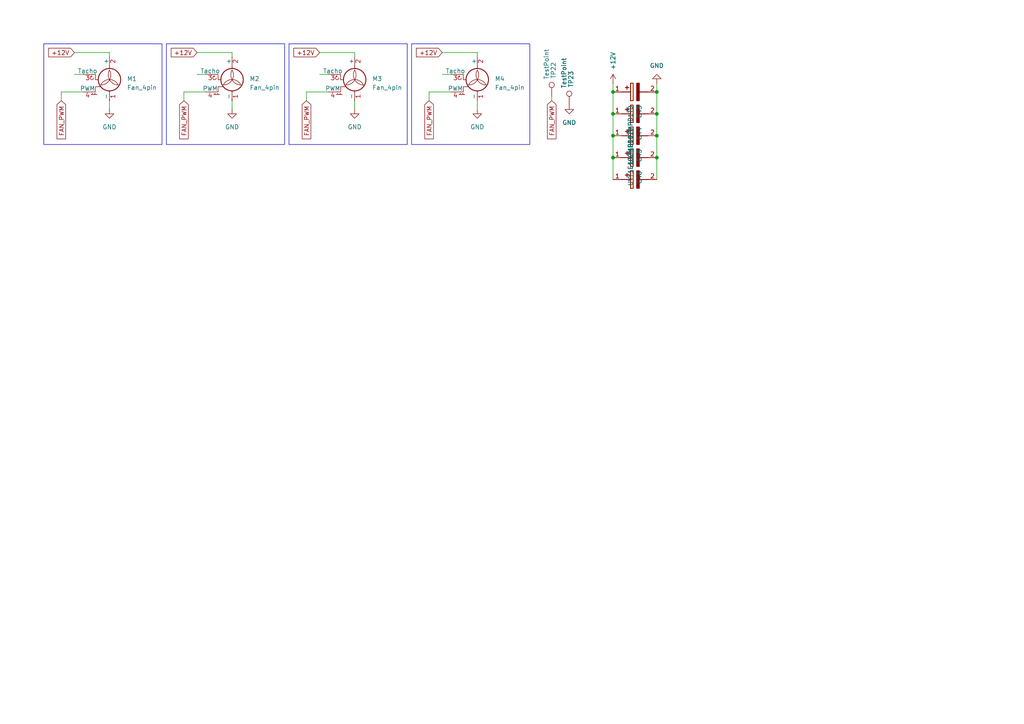
<source format=kicad_sch>
(kicad_sch (version 20250114) (generator "eeschema") (generator_version "9.0")
  (paper "A4")
  (lib_symbols
    (symbol "Connector:TestPoint" (pin_numbers (hide yes)) (pin_names (offset 0.762) (hide yes))
      (property "Reference" "TP" (at 0 6.858 0))
      (property "Value" "TestPoint" (at 0 5.08 0))
      (symbol "TestPoint_0_1"
        (circle (center 0 3.302) (radius 0.762))
      )
      (symbol "TestPoint_1_1"
        (pin passive line (at 0 0 90) (length 2.54) (name "1") (number "1"))
      )
    )
    (symbol "InverterCom:UVY1E102MPD1TD" (pin_names (hide yes))
      (property "Reference" "C" (at 8.89 6.35 0))
      (property "Value" "UVY1E102MPD1TD" (at 8.89 3.81 0))
      (symbol "UVY1E102MPD1TD_1_1"
        (polyline (pts (xy 2.54 0) (xy 5.08 0)) (stroke (width 0.254)))
        (polyline (pts (xy 4.064 1.778) (xy 4.064 0.762)) (stroke (width 0.254)))
        (polyline (pts (xy 4.572 1.27) (xy 3.556 1.27)) (stroke (width 0.254)))
        (rectangle (start 5.08 2.54) (end 5.842 -2.54) (stroke (width 0.254)) (fill (type background)))
        (polyline (pts (xy 7.62 2.54) (xy 7.62 -2.54) (xy 6.858 -2.54) (xy 6.858 2.54) (xy 7.62 2.54)) (stroke (width 0.254)) (fill (type outline)))
        (polyline (pts (xy 7.62 0) (xy 10.16 0)) (stroke (width 0.254)))
        (pin passive line (at 0 0 0) (length 2.54) (name "+") (number "1"))
        (pin passive line (at 12.7 0 180) (length 2.54) (name "-") (number "2"))
      )
    )
    (symbol "Motor:Fan_4pin" (pin_names (offset 0))
      (property "Reference" "M" (at 2.54 5.08 0))
      (property "Value" "Fan_4pin" (at 2.54 -2.54 0))
      (symbol "Fan_4pin_0_0"
        (polyline (pts (xy -5.08 2.032) (xy -5.334 2.159)))
        (polyline (pts (xy -5.08 2.032) (xy -5.207 1.778)))
        (arc (start -4.572 1.524) (mid -5.08 1.0182) (end -5.588 1.524))
        (arc (start -5.588 1.524) (mid -5.4392 1.8832) (end -5.08 2.032))
        (polyline (pts (xy -4.064 2.54) (xy -4.064 1.016) (xy -3.302 1.016)))
      )
      (symbol "Fan_4pin_0_1"
        (polyline (pts (xy -5.334 -3.302) (xy -5.08 -3.302) (xy -5.08 -3.048) (xy -4.826 -3.048) (xy -4.826 -3.302) (xy -4.318 -3.302) (xy -4.318 -3.048) (xy -4.064 -3.048) (xy -4.064 -3.302) (xy -3.556 -3.302)))
        (polyline (pts (xy -4.064 2.54) (xy -5.08 2.54)))
        (polyline (pts (xy -2.54 -1.016) (xy -4.064 -1.016) (xy -4.064 -2.54) (xy -5.08 -2.54)))
        (arc (start 0 3.81) (mid -0.0015 0.9048) (end -2.54 -0.508))
        (polyline (pts (xy 0 4.572) (xy 0 5.08)))
        (polyline (pts (xy 0 4.2672) (xy 0 4.6228)))
        (circle (center 0 1.016) (radius 3.2512) (stroke (width 0.254)))
        (arc (start -2.54 -0.508) (mid 0 1.0618) (end 2.54 -0.508))
        (polyline (pts (xy 0 -2.2352) (xy 0 -2.6416)))
        (polyline (pts (xy 0 -5.08) (xy 0 -4.572)))
        (arc (start 2.54 -0.508) (mid 0.047 0.9315) (end 0 3.81))
      )
      (symbol "Fan_4pin_1_1"
        (pin passive line (at -7.62 2.54 0) (length 2.54) (name "Tacho") (number "3"))
        (pin input line (at -7.62 -2.54 0) (length 2.54) (name "PWM") (number "4"))
        (pin passive line (at 0 7.62 270) (length 2.54) (name "+") (number "2"))
        (pin passive line (at 0 -5.08 90) (length 2.54) (name "-") (number "1"))
      )
    )
    (symbol "power:+12V" (power) (pin_numbers (hide yes)) (pin_names (offset 0) (hide yes))
      (property "Value" "+12V" (at 0 3.556 0))
      (symbol "+12V_0_1"
        (polyline (pts (xy -0.762 1.27) (xy 0 2.54)))
        (polyline (pts (xy 0 2.54) (xy 0.762 1.27)))
        (polyline (pts (xy 0 0) (xy 0 2.54)))
      )
      (symbol "+12V_1_1"
        (pin power_in line (at 0 0 90) (length 0) (name "~") (number "1"))
      )
    )
    (symbol "power:GND" (power) (pin_numbers (hide yes)) (pin_names (offset 0) (hide yes))
      (property "Value" "GND" (at 0 -3.81 0))
      (symbol "GND_0_1"
        (polyline (pts (xy 0 0) (xy 0 -1.27) (xy 1.27 -1.27) (xy 0 -2.54) (xy -1.27 -1.27) (xy 0 -1.27)))
      )
      (symbol "GND_1_1"
        (pin power_in line (at 0 0 270) (length 0) (name "~") (number "1"))
      )
    )
  )
  (rectangle (start 83.82 12.7) (end 118.11 41.91))
  (rectangle (start 12.7 12.7) (end 46.99 41.91))
  (rectangle (start 48.26 12.7) (end 82.55 41.91))
  (rectangle (start 119.38 12.7) (end 153.67 41.91))
  (junction (at 190.5 33.02))
  (junction (at 190.5 39.37))
  (junction (at 177.8 33.02))
  (junction (at 190.5 45.72))
  (junction (at 177.8 26.67))
  (junction (at 177.8 45.72))
  (junction (at 190.5 26.67))
  (junction (at 177.8 39.37))
  (wire (pts (xy 88.9 26.67) (xy 95.25 26.67)))
  (wire (pts (xy 177.8 45.72) (xy 177.8 52.07)))
  (wire (pts (xy 17.78 29.21) (xy 17.78 26.67)))
  (wire (pts (xy 17.78 26.67) (xy 24.13 26.67)))
  (wire (pts (xy 190.5 39.37) (xy 190.5 45.72)))
  (wire (pts (xy 177.8 33.02) (xy 177.8 39.37)))
  (wire (pts (xy 92.71 15.24) (xy 102.87 15.24)))
  (wire (pts (xy 67.31 29.21) (xy 67.31 31.75)))
  (wire (pts (xy 190.5 45.72) (xy 190.5 52.07)))
  (wire (pts (xy 102.87 29.21) (xy 102.87 31.75)))
  (wire (pts (xy 128.27 15.24) (xy 138.43 15.24)))
  (wire (pts (xy 190.5 24.13) (xy 190.5 26.67)))
  (wire (pts (xy 160.02 27.94) (xy 160.02 29.21)))
  (wire (pts (xy 21.59 21.59) (xy 24.13 21.59)))
  (wire (pts (xy 57.15 21.59) (xy 59.69 21.59)))
  (wire (pts (xy 102.87 15.24) (xy 102.87 16.51)))
  (wire (pts (xy 128.27 21.59) (xy 130.81 21.59)))
  (wire (pts (xy 138.43 29.21) (xy 138.43 31.75)))
  (wire (pts (xy 21.59 15.24) (xy 31.75 15.24)))
  (wire (pts (xy 88.9 29.21) (xy 88.9 26.67)))
  (wire (pts (xy 124.46 26.67) (xy 130.81 26.67)))
  (wire (pts (xy 138.43 15.24) (xy 138.43 16.51)))
  (wire (pts (xy 177.8 39.37) (xy 177.8 45.72)))
  (wire (pts (xy 124.46 29.21) (xy 124.46 26.67)))
  (wire (pts (xy 92.71 21.59) (xy 95.25 21.59)))
  (wire (pts (xy 57.15 15.24) (xy 67.31 15.24)))
  (wire (pts (xy 31.75 15.24) (xy 31.75 16.51)))
  (wire (pts (xy 190.5 33.02) (xy 190.5 39.37)))
  (wire (pts (xy 53.34 26.67) (xy 59.69 26.67)))
  (wire (pts (xy 177.8 24.13) (xy 177.8 26.67)))
  (wire (pts (xy 31.75 29.21) (xy 31.75 31.75)))
  (wire (pts (xy 67.31 15.24) (xy 67.31 16.51)))
  (wire (pts (xy 177.8 26.67) (xy 177.8 33.02)))
  (wire (pts (xy 190.5 26.67) (xy 190.5 33.02)))
  (wire (pts (xy 53.34 29.21) (xy 53.34 26.67)))
  (global_label "+12V" (shape input) (at 128.27 15.24 180) (property "Intersheetrefs" "${INTERSHEET_REFS}" (effects (hide yes))))
  (global_label "FAN_PWM" (shape input) (at 124.46 29.21 270) (property "Intersheetrefs" "${INTERSHEET_REFS}" (effects (hide yes))))
  (global_label "FAN_PWM" (shape input) (at 88.9 29.21 270) (property "Intersheetrefs" "${INTERSHEET_REFS}" (effects (hide yes))))
  (global_label "FAN_PWM" (shape input) (at 160.02 29.21 270) (property "Intersheetrefs" "${INTERSHEET_REFS}" (effects (hide yes))))
  (global_label "+12V" (shape input) (at 21.59 15.24 180) (property "Intersheetrefs" "${INTERSHEET_REFS}" (effects (hide yes))))
  (global_label "FAN_PWM" (shape input) (at 17.78 29.21 270) (property "Intersheetrefs" "${INTERSHEET_REFS}" (effects (hide yes))))
  (global_label "+12V" (shape input) (at 92.71 15.24 180) (property "Intersheetrefs" "${INTERSHEET_REFS}" (effects (hide yes))))
  (global_label "FAN_PWM" (shape input) (at 53.34 29.21 270) (property "Intersheetrefs" "${INTERSHEET_REFS}" (effects (hide yes))))
  (global_label "+12V" (shape input) (at 57.15 15.24 180) (property "Intersheetrefs" "${INTERSHEET_REFS}" (effects (hide yes))))
  (symbol (lib_id "Connector:TestPoint") (at 165.1 30.48 0) (unit 1)
    (property "Reference" "TP23" (at 165.608 25.4 90) (effects (justify left)))
    (property "Value" "TestPoint" (at 163.576 25.654 90) (effects (justify left)))
    (property "Footprint" "TestPoint:TestPoint_Loop_D2.54mm_Drill1.5mm_Beaded" (effects (hide yes)))
    (property "Description" "test point" (effects (hide yes)))
  )
  (symbol (lib_id "InverterCom:UVY1E102MPD1TD") (at 177.8 33.02 0) (unit 1)
    (property "Reference" "C44" (at 185.4201 36.83 90) (effects (justify right)))
    (property "Value" "UVY1E102MPD1TD" (at 182.8801 36.83 90) (effects (justify right)))
    (property "Footprint" "InverterCom:CAPPRD500W60D1025H1750" (effects (hide yes)))
    (property "Datasheet" "https://componentsearchengine.com/Datasheets/5/UVY1E102MPD1TD.pdf" (effects (hide yes)))
    (property "Description" "Cap Aluminum Lytic 1000uF 25V 20% (10 X 16mm) Radial 5mm 610mA 1000h 105C Ammo" (effects (hide yes)))
    (property "Height" "17.5" (effects (hide yes)))
    (property "Mouser Part Number" "647-UVY1E102MPD1TD" (effects (hide yes)))
    (property "Mouser Price/Stock" "https://www.mouser.co.uk/ProductDetail/Nichicon/UVY1E102MPD1TD?qs=gtReTMvImqniEnVqgrfK9Q%3D%3D" (effects (hide yes)))
    (property "Manufacturer_Name" "Nichicon" (effects (hide yes)))
    (property "Manufacturer_Part_Number" "UVY1E102MPD1TD" (effects (hide yes)))
  )
  (symbol (lib_id "power:GND") (at 138.43 31.75 0) (unit 1)
    (property "Reference" "#PWR032" (effects (hide yes)))
    (property "Value" "GND" (at 138.43 36.83 0))
    (property "Description" "Power symbol creates a global label with name \"GND\" , ground" (effects (hide yes)))
  )
  (symbol (lib_id "Motor:Fan_4pin") (at 31.75 24.13 0) (unit 1)
    (property "Reference" "M1" (at 36.83 22.8599 0) (effects (justify left)))
    (property "Value" "Fan_4pin" (at 36.83 25.3999 0) (effects (justify left)))
    (property "Footprint" "Connector:FanPinHeader_1x04_P2.54mm_Vertical" (effects (hide yes)))
    (property "Datasheet" "http://www.formfactors.org/developer%5Cspecs%5Crev1_2_public.pdf" (effects (hide yes)))
    (property "Description" "Fan, tacho output, PWM input, 4-pin connector" (effects (hide yes)))
  )
  (symbol (lib_id "Motor:Fan_4pin") (at 102.87 24.13 0) (unit 1)
    (property "Reference" "M3" (at 107.95 22.8599 0) (effects (justify left)))
    (property "Value" "Fan_4pin" (at 107.95 25.3999 0) (effects (justify left)))
    (property "Footprint" "Connector:FanPinHeader_1x04_P2.54mm_Vertical" (effects (hide yes)))
    (property "Datasheet" "http://www.formfactors.org/developer%5Cspecs%5Crev1_2_public.pdf" (effects (hide yes)))
    (property "Description" "Fan, tacho output, PWM input, 4-pin connector" (effects (hide yes)))
  )
  (symbol (lib_id "power:GND") (at 102.87 31.75 0) (unit 1)
    (property "Reference" "#PWR031" (effects (hide yes)))
    (property "Value" "GND" (at 102.87 36.83 0))
    (property "Description" "Power symbol creates a global label with name \"GND\" , ground" (effects (hide yes)))
  )
  (symbol (lib_id "InverterCom:UVY1E102MPD1TD") (at 177.8 45.72 0) (unit 1)
    (property "Reference" "C46" (at 185.4201 49.53 90) (effects (justify right)))
    (property "Value" "UVY1E102MPD1TD" (effects (hide yes)))
    (property "Footprint" "InverterCom:CAPPRD500W60D1025H1750" (effects (hide yes)))
    (property "Datasheet" "https://componentsearchengine.com/Datasheets/5/UVY1E102MPD1TD.pdf" (effects (hide yes)))
    (property "Description" "Cap Aluminum Lytic 1000uF 25V 20% (10 X 16mm) Radial 5mm 610mA 1000h 105C Ammo" (effects (hide yes)))
    (property "Height" "17.5" (effects (hide yes)))
    (property "Mouser Part Number" "647-UVY1E102MPD1TD" (effects (hide yes)))
    (property "Mouser Price/Stock" "https://www.mouser.co.uk/ProductDetail/Nichicon/UVY1E102MPD1TD?qs=gtReTMvImqniEnVqgrfK9Q%3D%3D" (effects (hide yes)))
    (property "Manufacturer_Name" "Nichicon" (effects (hide yes)))
    (property "Manufacturer_Part_Number" "UVY1E102MPD1TD" (effects (hide yes)))
  )
  (symbol (lib_id "power:GND") (at 67.31 31.75 0) (unit 1)
    (property "Reference" "#PWR030" (effects (hide yes)))
    (property "Value" "GND" (at 67.31 36.83 0))
    (property "Description" "Power symbol creates a global label with name \"GND\" , ground" (effects (hide yes)))
  )
  (symbol (lib_id "Motor:Fan_4pin") (at 67.31 24.13 0) (unit 1)
    (property "Reference" "M2" (at 72.39 22.8599 0) (effects (justify left)))
    (property "Value" "Fan_4pin" (at 72.39 25.3999 0) (effects (justify left)))
    (property "Footprint" "Connector:FanPinHeader_1x04_P2.54mm_Vertical" (effects (hide yes)))
    (property "Datasheet" "http://www.formfactors.org/developer%5Cspecs%5Crev1_2_public.pdf" (effects (hide yes)))
    (property "Description" "Fan, tacho output, PWM input, 4-pin connector" (effects (hide yes)))
  )
  (symbol (lib_id "power:GND") (at 31.75 31.75 0) (unit 1)
    (property "Reference" "#PWR029" (effects (hide yes)))
    (property "Value" "GND" (at 31.75 36.83 0))
    (property "Description" "Power symbol creates a global label with name \"GND\" , ground" (effects (hide yes)))
  )
  (symbol (lib_id "Connector:TestPoint") (at 160.02 27.94 0) (unit 1)
    (property "Reference" "TP22" (at 160.528 22.86 90) (effects (justify left)))
    (property "Value" "TestPoint" (at 158.496 23.114 90) (effects (justify left)))
    (property "Footprint" "TestPoint:TestPoint_Loop_D2.54mm_Drill1.5mm_Beaded" (effects (hide yes)))
    (property "Description" "test point" (effects (hide yes)))
  )
  (symbol (lib_id "InverterCom:UVY1E102MPD1TD") (at 177.8 26.67 0) (unit 1)
    (property "Reference" "C43" (at 185.4201 30.48 90) (effects (justify right)))
    (property "Value" "UVY1E102MPD1TD" (at 182.8801 30.48 90) (effects (justify right)))
    (property "Footprint" "InverterCom:CAPPRD500W60D1025H1750" (effects (hide yes)))
    (property "Datasheet" "https://componentsearchengine.com/Datasheets/5/UVY1E102MPD1TD.pdf" (effects (hide yes)))
    (property "Description" "Cap Aluminum Lytic 1000uF 25V 20% (10 X 16mm) Radial 5mm 610mA 1000h 105C Ammo" (effects (hide yes)))
    (property "Height" "17.5" (effects (hide yes)))
    (property "Mouser Part Number" "647-UVY1E102MPD1TD" (effects (hide yes)))
    (property "Mouser Price/Stock" "https://www.mouser.co.uk/ProductDetail/Nichicon/UVY1E102MPD1TD?qs=gtReTMvImqniEnVqgrfK9Q%3D%3D" (effects (hide yes)))
    (property "Manufacturer_Name" "Nichicon" (effects (hide yes)))
    (property "Manufacturer_Part_Number" "UVY1E102MPD1TD" (effects (hide yes)))
  )
  (symbol (lib_id "Motor:Fan_4pin") (at 138.43 24.13 0) (unit 1)
    (property "Reference" "M4" (at 143.51 22.8599 0) (effects (justify left)))
    (property "Value" "Fan_4pin" (at 143.51 25.3999 0) (effects (justify left)))
    (property "Footprint" "Connector:FanPinHeader_1x04_P2.54mm_Vertical" (effects (hide yes)))
    (property "Datasheet" "http://www.formfactors.org/developer%5Cspecs%5Crev1_2_public.pdf" (effects (hide yes)))
    (property "Description" "Fan, tacho output, PWM input, 4-pin connector" (effects (hide yes)))
  )
  (symbol (lib_id "power:GND") (at 165.1 30.48 0) (unit 1)
    (property "Reference" "#PWR037" (effects (hide yes)))
    (property "Value" "GND" (at 165.1 35.56 0))
    (property "Description" "Power symbol creates a global label with name \"GND\" , ground" (effects (hide yes)))
  )
  (symbol (lib_id "power:+12V") (at 177.8 24.13 0) (unit 1)
    (property "Reference" "#PWR097" (effects (hide yes)))
    (property "Value" "+12V" (at 177.8001 20.32 90) (effects (justify left)))
    (property "Description" "Power symbol creates a global label with name \"+12V\"" (effects (hide yes)))
  )
  (symbol (lib_id "power:GND") (at 190.5 24.13 0) (mirror x) (unit 1)
    (property "Reference" "#PWR015" (effects (hide yes)))
    (property "Value" "GND" (at 190.5 19.05 0))
    (property "Description" "Power symbol creates a global label with name \"GND\" , ground" (effects (hide yes)))
  )
  (symbol (lib_id "InverterCom:UVY1E102MPD1TD") (at 177.8 52.07 0) (unit 1)
    (property "Reference" "C47" (effects (hide yes)))
    (property "Value" "UVY1E102MPD1TD" (effects (hide yes)))
    (property "Footprint" "InverterCom:CAPPRD500W60D1025H1750" (effects (hide yes)))
    (property "Datasheet" "https://componentsearchengine.com/Datasheets/5/UVY1E102MPD1TD.pdf" (effects (hide yes)))
    (property "Description" "Cap Aluminum Lytic 1000uF 25V 20% (10 X 16mm) Radial 5mm 610mA 1000h 105C Ammo" (effects (hide yes)))
    (property "Height" "17.5" (effects (hide yes)))
    (property "Mouser Part Number" "647-UVY1E102MPD1TD" (effects (hide yes)))
    (property "Mouser Price/Stock" "https://www.mouser.co.uk/ProductDetail/Nichicon/UVY1E102MPD1TD?qs=gtReTMvImqniEnVqgrfK9Q%3D%3D" (effects (hide yes)))
    (property "Manufacturer_Name" "Nichicon" (effects (hide yes)))
    (property "Manufacturer_Part_Number" "UVY1E102MPD1TD" (effects (hide yes)))
  )
  (symbol (lib_id "InverterCom:UVY1E102MPD1TD") (at 177.8 39.37 0) (unit 1)
    (property "Reference" "C45" (at 185.4201 43.18 90) (effects (justify right)))
    (property "Value" "UVY1E102MPD1TD" (effects (hide yes)))
    (property "Footprint" "InverterCom:CAPPRD500W60D1025H1750" (effects (hide yes)))
    (property "Datasheet" "https://componentsearchengine.com/Datasheets/5/UVY1E102MPD1TD.pdf" (effects (hide yes)))
    (property "Description" "Cap Aluminum Lytic 1000uF 25V 20% (10 X 16mm) Radial 5mm 610mA 1000h 105C Ammo" (effects (hide yes)))
    (property "Height" "17.5" (effects (hide yes)))
    (property "Mouser Part Number" "647-UVY1E102MPD1TD" (effects (hide yes)))
    (property "Mouser Price/Stock" "https://www.mouser.co.uk/ProductDetail/Nichicon/UVY1E102MPD1TD?qs=gtReTMvImqniEnVqgrfK9Q%3D%3D" (effects (hide yes)))
    (property "Manufacturer_Name" "Nichicon" (effects (hide yes)))
    (property "Manufacturer_Part_Number" "UVY1E102MPD1TD" (effects (hide yes)))
  )
)
</source>
